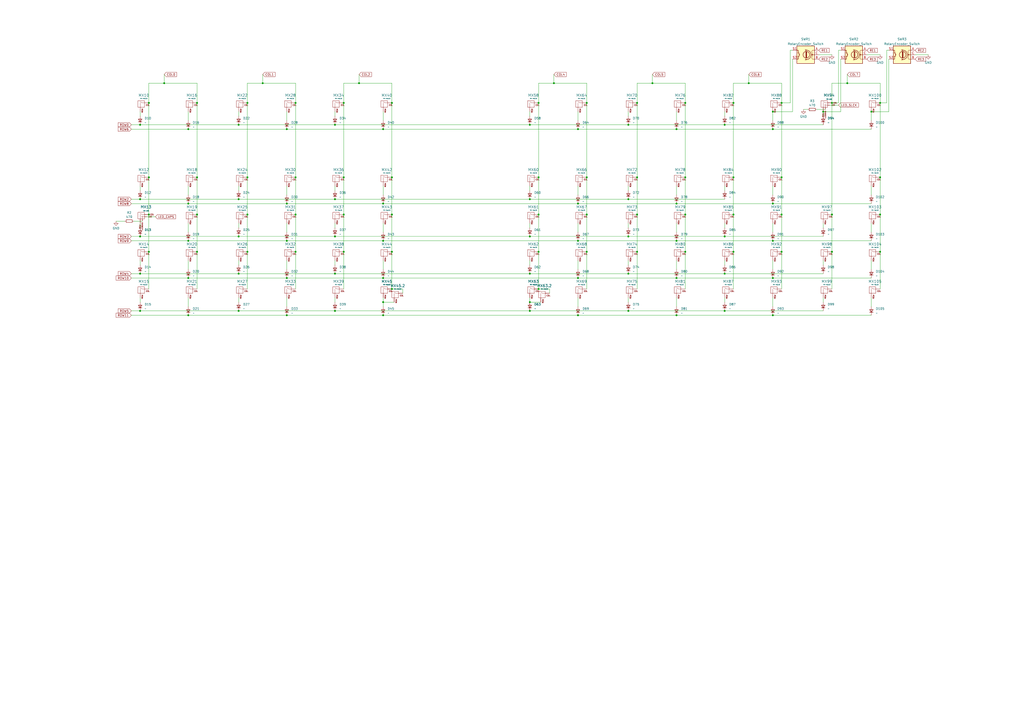
<source format=kicad_sch>
(kicad_sch (version 20231120) (generator "eeschema") (generator_version "8.0")
  (paper "A2")
  (junction (at 378.46 48.26))
  (junction (at 392.43 74.93))
  (junction (at 138.43 72.39))
  (junction (at 505.46 64.77))
  (junction (at 420.37 158.75))
  (junction (at 166.37 161.29))
  (junction (at 335.28 118.11))
  (junction (at 312.42 124.46))
  (junction (at 171.45 146.05))
  (junction (at 477.52 64.77))
  (junction (at 227.33 59.69))
  (junction (at 335.28 139.7))
  (junction (at 114.3 124.46))
  (junction (at 425.45 124.46))
  (junction (at 199.39 102.87))
  (junction (at 448.31 182.88))
  (junction (at 138.43 180.34))
  (junction (at 434.34 48.26))
  (junction (at 109.22 182.88))
  (junction (at 340.36 102.87))
  (junction (at 166.37 74.93))
  (junction (at 166.37 118.11))
  (junction (at 222.25 161.29))
  (junction (at 397.51 124.46))
  (junction (at 369.57 102.87))
  (junction (at 392.43 139.7))
  (junction (at 340.36 146.05))
  (junction (at 307.34 180.34))
  (junction (at 321.31 48.26))
  (junction (at 307.34 137.16))
  (junction (at 143.51 59.69))
  (junction (at 312.42 102.87))
  (junction (at 171.45 59.69))
  (junction (at 392.43 161.29))
  (junction (at 397.51 59.69))
  (junction (at 222.25 74.93))
  (junction (at 114.3 59.69))
  (junction (at 307.34 158.75))
  (junction (at 335.28 74.93))
  (junction (at 208.28 48.26))
  (junction (at 81.28 158.75))
  (junction (at 425.45 102.87))
  (junction (at 312.42 59.69))
  (junction (at 510.54 146.05))
  (junction (at 482.6 59.69))
  (junction (at 194.31 180.34))
  (junction (at 199.39 146.05))
  (junction (at 420.37 180.34))
  (junction (at 482.6 124.46))
  (junction (at 86.36 102.87))
  (junction (at 138.43 137.16))
  (junction (at 392.43 118.11))
  (junction (at 510.54 124.46))
  (junction (at 364.49 158.75))
  (junction (at 81.28 72.39))
  (junction (at 453.39 59.69))
  (junction (at 222.25 175.26))
  (junction (at 397.51 102.87))
  (junction (at 482.6 146.05))
  (junction (at 222.25 139.7))
  (junction (at 425.45 59.69))
  (junction (at 194.31 137.16))
  (junction (at 448.31 74.93))
  (junction (at 335.28 182.88))
  (junction (at 81.28 180.34))
  (junction (at 448.31 161.29))
  (junction (at 364.49 137.16))
  (junction (at 138.43 115.57))
  (junction (at 448.31 139.7))
  (junction (at 227.33 124.46))
  (junction (at 420.37 137.16))
  (junction (at 143.51 124.46))
  (junction (at 138.43 158.75))
  (junction (at 227.33 102.87))
  (junction (at 369.57 59.69))
  (junction (at 171.45 102.87))
  (junction (at 312.42 146.05))
  (junction (at 510.54 59.69))
  (junction (at 114.3 102.87))
  (junction (at 86.36 124.46))
  (junction (at 335.28 161.29))
  (junction (at 109.22 74.93))
  (junction (at 227.33 167.64))
  (junction (at 227.33 146.05))
  (junction (at 453.39 124.46))
  (junction (at 109.22 161.29))
  (junction (at 143.51 102.87))
  (junction (at 364.49 180.34))
  (junction (at 86.36 59.69))
  (junction (at 194.31 115.57))
  (junction (at 364.49 72.39))
  (junction (at 425.45 146.05))
  (junction (at 171.45 124.46))
  (junction (at 86.36 146.05))
  (junction (at 307.34 72.39))
  (junction (at 222.25 182.88))
  (junction (at 109.22 118.11))
  (junction (at 453.39 102.87))
  (junction (at 453.39 146.05))
  (junction (at 81.28 115.57))
  (junction (at 166.37 182.88))
  (junction (at 420.37 72.39))
  (junction (at 222.25 118.11))
  (junction (at 369.57 124.46))
  (junction (at 369.57 146.05))
  (junction (at 194.31 72.39))
  (junction (at 199.39 59.69))
  (junction (at 152.4 48.26))
  (junction (at 81.28 137.16))
  (junction (at 448.31 118.11))
  (junction (at 397.51 146.05))
  (junction (at 312.42 167.64))
  (junction (at 340.36 124.46))
  (junction (at 166.37 139.7))
  (junction (at 307.34 175.26))
  (junction (at 307.34 115.57))
  (junction (at 510.54 102.87))
  (junction (at 95.25 48.26))
  (junction (at 491.49 48.26))
  (junction (at 194.31 158.75))
  (junction (at 448.31 64.77))
  (junction (at 364.49 115.57))
  (junction (at 392.43 182.88))
  (junction (at 143.51 146.05))
  (junction (at 199.39 124.46))
  (junction (at 340.36 59.69))
  (junction (at 114.3 146.05))
  (junction (at 109.22 139.7))
  (wire (pts (xy 77.47 128.27) (xy 82.55 128.27)))
  (wire (pts (xy 138.43 151.13) (xy 138.43 153.67)))
  (wire (pts (xy 76.2 158.75) (xy 81.28 158.75)))
  (wire (pts (xy 222.25 74.93) (xy 335.28 74.93)))
  (wire (pts (xy 318.77 170.18) (xy 318.77 167.64)))
  (wire (pts (xy 335.28 118.11) (xy 392.43 118.11)))
  (wire (pts (xy 369.57 48.26) (xy 369.57 59.69)))
  (wire (pts (xy 109.22 139.7) (xy 166.37 139.7)))
  (wire (pts (xy 321.31 43.18) (xy 321.31 48.26)))
  (wire (pts (xy 477.52 129.54) (xy 477.52 132.08)))
  (wire (pts (xy 138.43 115.57) (xy 194.31 115.57)))
  (wire (pts (xy 81.28 72.39) (xy 138.43 72.39)))
  (wire (pts (xy 448.31 129.54) (xy 448.31 134.62)))
  (wire (pts (xy 166.37 64.77) (xy 166.37 69.85)))
  (wire (pts (xy 307.34 180.34) (xy 364.49 180.34)))
  (wire (pts (xy 487.68 64.77) (xy 477.52 64.77)))
  (wire (pts (xy 171.45 102.87) (xy 171.45 124.46)))
  (wire (pts (xy 81.28 137.16) (xy 138.43 137.16)))
  (wire (pts (xy 109.22 129.54) (xy 109.22 134.62)))
  (wire (pts (xy 487.68 29.21) (xy 486.41 29.21)))
  (wire (pts (xy 76.2 115.57) (xy 81.28 115.57)))
  (wire (pts (xy 434.34 48.26) (xy 425.45 48.26)))
  (wire (pts (xy 453.39 59.69) (xy 453.39 102.87)))
  (wire (pts (xy 364.49 158.75) (xy 420.37 158.75)))
  (wire (pts (xy 420.37 64.77) (xy 420.37 67.31)))
  (wire (pts (xy 364.49 72.39) (xy 420.37 72.39)))
  (wire (pts (xy 482.6 59.69) (xy 482.6 124.46)))
  (wire (pts (xy 392.43 129.54) (xy 392.43 134.62)))
  (wire (pts (xy 482.6 124.46) (xy 482.6 146.05)))
  (wire (pts (xy 392.43 107.95) (xy 392.43 113.03)))
  (wire (pts (xy 109.22 177.8) (xy 109.22 172.72)))
  (wire (pts (xy 166.37 129.54) (xy 166.37 134.62)))
  (wire (pts (xy 307.34 172.72) (xy 307.34 175.26)))
  (wire (pts (xy 510.54 59.69) (xy 514.35 59.69)))
  (wire (pts (xy 307.34 137.16) (xy 364.49 137.16)))
  (wire (pts (xy 81.28 180.34) (xy 138.43 180.34)))
  (wire (pts (xy 152.4 43.18) (xy 152.4 48.26)))
  (wire (pts (xy 474.98 31.75) (xy 482.6 31.75)))
  (wire (pts (xy 138.43 180.34) (xy 194.31 180.34)))
  (wire (pts (xy 321.31 48.26) (xy 340.36 48.26)))
  (wire (pts (xy 491.49 43.18) (xy 491.49 48.26)))
  (wire (pts (xy 425.45 102.87) (xy 425.45 124.46)))
  (wire (pts (xy 152.4 48.26) (xy 143.51 48.26)))
  (wire (pts (xy 378.46 43.18) (xy 378.46 48.26)))
  (wire (pts (xy 448.31 74.93) (xy 505.46 74.93)))
  (wire (pts (xy 138.43 107.95) (xy 138.43 110.49)))
  (wire (pts (xy 312.42 48.26) (xy 312.42 59.69)))
  (wire (pts (xy 171.45 59.69) (xy 171.45 102.87)))
  (wire (pts (xy 481.33 60.96) (xy 486.41 60.96)))
  (wire (pts (xy 397.51 102.87) (xy 397.51 124.46)))
  (wire (pts (xy 81.28 64.77) (xy 81.28 67.31)))
  (wire (pts (xy 364.49 172.72) (xy 364.49 175.26)))
  (wire (pts (xy 458.47 59.69) (xy 453.39 59.69)))
  (wire (pts (xy 222.25 151.13) (xy 222.25 156.21)))
  (wire (pts (xy 453.39 146.05) (xy 453.39 167.64)))
  (wire (pts (xy 86.36 102.87) (xy 86.36 124.46)))
  (wire (pts (xy 364.49 137.16) (xy 420.37 137.16)))
  (wire (pts (xy 114.3 124.46) (xy 114.3 146.05)))
  (wire (pts (xy 392.43 118.11) (xy 448.31 118.11)))
  (wire (pts (xy 307.34 151.13) (xy 307.34 153.67)))
  (wire (pts (xy 340.36 124.46) (xy 340.36 146.05)))
  (wire (pts (xy 364.49 180.34) (xy 420.37 180.34)))
  (wire (pts (xy 171.45 146.05) (xy 171.45 167.64)))
  (wire (pts (xy 166.37 151.13) (xy 166.37 156.21)))
  (wire (pts (xy 448.31 161.29) (xy 505.46 161.29)))
  (wire (pts (xy 76.2 118.11) (xy 109.22 118.11)))
  (wire (pts (xy 477.52 64.77) (xy 477.52 67.31)))
  (wire (pts (xy 227.33 48.26) (xy 227.33 59.69)))
  (wire (pts (xy 364.49 64.77) (xy 364.49 67.31)))
  (wire (pts (xy 420.37 129.54) (xy 420.37 132.08)))
  (wire (pts (xy 222.25 172.72) (xy 222.25 175.26)))
  (wire (pts (xy 199.39 124.46) (xy 199.39 146.05)))
  (wire (pts (xy 425.45 48.26) (xy 425.45 59.69)))
  (wire (pts (xy 227.33 59.69) (xy 227.33 102.87)))
  (wire (pts (xy 453.39 48.26) (xy 453.39 59.69)))
  (wire (pts (xy 307.34 158.75) (xy 364.49 158.75)))
  (wire (pts (xy 515.62 64.77) (xy 505.46 64.77)))
  (wire (pts (xy 486.41 29.21) (xy 486.41 59.69)))
  (wire (pts (xy 459.74 29.21) (xy 458.47 29.21)))
  (wire (pts (xy 143.51 146.05) (xy 143.51 167.64)))
  (wire (pts (xy 194.31 115.57) (xy 307.34 115.57)))
  (wire (pts (xy 166.37 118.11) (xy 222.25 118.11)))
  (wire (pts (xy 109.22 74.93) (xy 166.37 74.93)))
  (wire (pts (xy 510.54 124.46) (xy 510.54 146.05)))
  (wire (pts (xy 364.49 151.13) (xy 364.49 153.67)))
  (wire (pts (xy 420.37 107.95) (xy 420.37 110.49)))
  (wire (pts (xy 86.36 48.26) (xy 86.36 59.69)))
  (wire (pts (xy 420.37 172.72) (xy 420.37 175.26)))
  (wire (pts (xy 477.52 151.13) (xy 477.52 153.67)))
  (wire (pts (xy 307.34 175.26) (xy 313.69 175.26)))
  (wire (pts (xy 222.25 175.26) (xy 222.25 177.8)))
  (wire (pts (xy 364.49 115.57) (xy 420.37 115.57)))
  (wire (pts (xy 76.2 182.88) (xy 109.22 182.88)))
  (wire (pts (xy 138.43 172.72) (xy 138.43 175.26)))
  (wire (pts (xy 482.6 146.05) (xy 482.6 167.64)))
  (wire (pts (xy 227.33 102.87) (xy 227.33 124.46)))
  (wire (pts (xy 194.31 137.16) (xy 307.34 137.16)))
  (wire (pts (xy 166.37 74.93) (xy 222.25 74.93)))
  (wire (pts (xy 67.31 128.27) (xy 72.39 128.27)))
  (wire (pts (xy 312.42 146.05) (xy 312.42 167.64)))
  (wire (pts (xy 335.28 64.77) (xy 335.28 69.85)))
  (wire (pts (xy 208.28 48.26) (xy 227.33 48.26)))
  (wire (pts (xy 502.92 31.75) (xy 510.54 31.75)))
  (wire (pts (xy 81.28 151.13) (xy 81.28 153.67)))
  (wire (pts (xy 514.35 29.21) (xy 514.35 59.69)))
  (wire (pts (xy 530.86 31.75) (xy 538.48 31.75)))
  (wire (pts (xy 307.34 72.39) (xy 364.49 72.39)))
  (wire (pts (xy 222.25 64.77) (xy 222.25 69.85)))
  (wire (pts (xy 369.57 59.69) (xy 369.57 102.87)))
  (wire (pts (xy 109.22 151.13) (xy 109.22 156.21)))
  (wire (pts (xy 76.2 74.93) (xy 109.22 74.93)))
  (wire (pts (xy 459.74 64.77) (xy 448.31 64.77)))
  (wire (pts (xy 473.71 63.5) (xy 478.79 63.5)))
  (wire (pts (xy 420.37 151.13) (xy 420.37 153.67)))
  (wire (pts (xy 138.43 72.39) (xy 194.31 72.39)))
  (wire (pts (xy 194.31 129.54) (xy 194.31 132.08)))
  (wire (pts (xy 76.2 137.16) (xy 81.28 137.16)))
  (wire (pts (xy 453.39 124.46) (xy 453.39 146.05)))
  (wire (pts (xy 138.43 158.75) (xy 194.31 158.75)))
  (wire (pts (xy 487.68 34.29) (xy 487.68 64.77)))
  (wire (pts (xy 81.28 158.75) (xy 138.43 158.75)))
  (wire (pts (xy 335.28 182.88) (xy 392.43 182.88)))
  (wire (pts (xy 335.28 139.7) (xy 392.43 139.7)))
  (wire (pts (xy 448.31 156.21) (xy 448.31 151.13)))
  (wire (pts (xy 222.25 139.7) (xy 335.28 139.7)))
  (wire (pts (xy 86.36 124.46) (xy 86.36 146.05)))
  (wire (pts (xy 491.49 48.26) (xy 482.6 48.26)))
  (wire (pts (xy 199.39 146.05) (xy 199.39 167.64)))
  (wire (pts (xy 448.31 107.95) (xy 448.31 113.03)))
  (wire (pts (xy 448.31 177.8) (xy 448.31 172.72)))
  (wire (pts (xy 109.22 64.77) (xy 109.22 69.85)))
  (wire (pts (xy 458.47 29.21) (xy 458.47 59.69)))
  (wire (pts (xy 85.09 125.73) (xy 90.17 125.73)))
  (wire (pts (xy 312.42 102.87) (xy 312.42 124.46)))
  (wire (pts (xy 397.51 124.46) (xy 397.51 146.05)))
  (wire (pts (xy 222.25 175.26) (xy 228.6 175.26)))
  (wire (pts (xy 335.28 161.29) (xy 392.43 161.29)))
  (wire (pts (xy 369.57 102.87) (xy 369.57 124.46)))
  (wire (pts (xy 138.43 129.54) (xy 138.43 132.08)))
  (wire (pts (xy 227.33 124.46) (xy 227.33 146.05)))
  (wire (pts (xy 369.57 146.05) (xy 369.57 167.64)))
  (wire (pts (xy 482.6 48.26) (xy 482.6 59.69)))
  (wire (pts (xy 208.28 43.18) (xy 208.28 48.26)))
  (wire (pts (xy 477.52 172.72) (xy 477.52 175.26)))
  (wire (pts (xy 143.51 124.46) (xy 143.51 146.05)))
  (wire (pts (xy 510.54 102.87) (xy 510.54 124.46)))
  (wire (pts (xy 114.3 59.69) (xy 114.3 102.87)))
  (wire (pts (xy 76.2 180.34) (xy 81.28 180.34)))
  (wire (pts (xy 114.3 102.87) (xy 114.3 124.46)))
  (wire (pts (xy 81.28 115.57) (xy 138.43 115.57)))
  (wire (pts (xy 425.45 59.69) (xy 425.45 102.87)))
  (wire (pts (xy 420.37 137.16) (xy 477.52 137.16)))
  (wire (pts (xy 392.43 64.77) (xy 392.43 69.85)))
  (wire (pts (xy 194.31 72.39) (xy 307.34 72.39)))
  (wire (pts (xy 233.68 167.64) (xy 227.33 167.64)))
  (wire (pts (xy 95.25 48.26) (xy 86.36 48.26)))
  (wire (pts (xy 392.43 139.7) (xy 448.31 139.7)))
  (wire (pts (xy 194.31 172.72) (xy 194.31 175.26)))
  (wire (pts (xy 194.31 151.13) (xy 194.31 153.67)))
  (wire (pts (xy 486.41 59.69) (xy 482.6 59.69)))
  (wire (pts (xy 397.51 146.05) (xy 397.51 167.64)))
  (wire (pts (xy 143.51 59.69) (xy 143.51 102.87)))
  (wire (pts (xy 166.37 182.88) (xy 222.25 182.88)))
  (wire (pts (xy 76.2 72.39) (xy 81.28 72.39)))
  (wire (pts (xy 505.46 107.95) (xy 505.46 113.03)))
  (wire (pts (xy 208.28 48.26) (xy 199.39 48.26)))
  (wire (pts (xy 307.34 110.49) (xy 307.34 107.95)))
  (wire (pts (xy 222.25 107.95) (xy 222.25 113.03)))
  (wire (pts (xy 340.36 146.05) (xy 340.36 167.64)))
  (wire (pts (xy 448.31 64.77) (xy 448.31 69.85)))
  (wire (pts (xy 505.46 129.54) (xy 505.46 134.62)))
  (wire (pts (xy 194.31 64.77) (xy 194.31 67.31)))
  (wire (pts (xy 307.34 115.57) (xy 364.49 115.57)))
  (wire (pts (xy 392.43 172.72) (xy 392.43 177.8)))
  (wire (pts (xy 392.43 74.93) (xy 448.31 74.93)))
  (wire (pts (xy 448.31 118.11) (xy 505.46 118.11)))
  (wire (pts (xy 434.34 48.26) (xy 453.39 48.26)))
  (wire (pts (xy 95.25 43.18) (xy 95.25 48.26)))
  (wire (pts (xy 194.31 107.95) (xy 194.31 110.49)))
  (wire (pts (xy 491.49 48.26) (xy 510.54 48.26)))
  (wire (pts (xy 515.62 34.29) (xy 515.62 64.77)))
  (wire (pts (xy 222.25 118.11) (xy 335.28 118.11)))
  (wire (pts (xy 420.37 72.39) (xy 477.52 72.39)))
  (wire (pts (xy 340.36 102.87) (xy 340.36 124.46)))
  (wire (pts (xy 227.33 146.05) (xy 227.33 167.64)))
  (wire (pts (xy 453.39 102.87) (xy 453.39 124.46)))
  (wire (pts (xy 434.34 43.18) (xy 434.34 48.26)))
  (wire (pts (xy 340.36 59.69) (xy 340.36 102.87)))
  (wire (pts (xy 321.31 48.26) (xy 312.42 48.26)))
  (wire (pts (xy 335.28 172.72) (xy 335.28 177.8)))
  (wire (pts (xy 397.51 48.26) (xy 397.51 59.69)))
  (wire (pts (xy 335.28 151.13) (xy 335.28 156.21)))
  (wire (pts (xy 194.31 180.34) (xy 307.34 180.34)))
  (wire (pts (xy 143.51 102.87) (xy 143.51 124.46)))
  (wire (pts (xy 378.46 48.26) (xy 397.51 48.26)))
  (wire (pts (xy 194.31 158.75) (xy 307.34 158.75)))
  (wire (pts (xy 369.57 124.46) (xy 369.57 146.05)))
  (wire (pts (xy 109.22 182.88) (xy 166.37 182.88)))
  (wire (pts (xy 515.62 29.21) (xy 514.35 29.21)))
  (wire (pts (xy 199.39 48.26) (xy 199.39 59.69)))
  (wire (pts (xy 171.45 124.46) (xy 171.45 146.05)))
  (wire (pts (xy 76.2 139.7) (xy 109.22 139.7)))
  (wire (pts (xy 81.28 172.72) (xy 81.28 175.26)))
  (wire (pts (xy 425.45 146.05) (xy 425.45 167.64)))
  (wire (pts (xy 448.31 182.88) (xy 505.46 182.88)))
  (wire (pts (xy 459.74 34.29) (xy 459.74 64.77)))
  (wire (pts (xy 222.25 161.29) (xy 335.28 161.29)))
  (wire (pts (xy 392.43 161.29) (xy 448.31 161.29)))
  (wire (pts (xy 171.45 48.26) (xy 171.45 59.69)))
  (wire (pts (xy 335.28 74.93) (xy 392.43 74.93)))
  (wire (pts (xy 109.22 107.95) (xy 109.22 113.03)))
  (wire (pts (xy 86.36 59.69) (xy 86.36 102.87)))
  (wire (pts (xy 166.37 172.72) (xy 166.37 177.8)))
  (wire (pts (xy 307.34 64.77) (xy 307.34 67.31)))
  (wire (pts (xy 364.49 107.95) (xy 364.49 110.49)))
  (wire (pts (xy 109.22 118.11) (xy 166.37 118.11)))
  (wire (pts (xy 318.77 167.64) (xy 312.42 167.64)))
  (wire (pts (xy 364.49 129.54) (xy 364.49 132.08)))
  (wire (pts (xy 199.39 59.69) (xy 199.39 102.87)))
  (wire (pts (xy 114.3 146.05) (xy 114.3 167.64)))
  (wire (pts (xy 448.31 139.7) (xy 505.46 139.7)))
  (wire (pts (xy 505.46 64.77) (xy 505.46 69.85)))
  (wire (pts (xy 166.37 107.95) (xy 166.37 113.03)))
  (wire (pts (xy 76.2 161.29) (xy 109.22 161.29)))
  (wire (pts (xy 420.37 180.34) (xy 477.52 180.34)))
  (wire (pts (xy 152.4 48.26) (xy 171.45 48.26)))
  (wire (pts (xy 392.43 182.88) (xy 448.31 182.88)))
  (wire (pts (xy 222.25 129.54) (xy 222.25 134.62)))
  (wire (pts (xy 425.45 124.46) (xy 425.45 146.05)))
  (wire (pts (xy 114.3 48.26) (xy 114.3 59.69)))
  (wire (pts (xy 510.54 146.05) (xy 510.54 167.64)))
  (wire (pts (xy 81.28 129.54) (xy 81.28 132.08)))
  (wire (pts (xy 510.54 48.26) (xy 510.54 59.69)))
  (wire (pts (xy 312.42 59.69) (xy 312.42 102.87)))
  (wire (pts (xy 81.28 107.95) (xy 81.28 110.49)))
  (wire (pts (xy 420.37 158.75) (xy 477.52 158.75)))
  (wire (pts (xy 378.46 48.26) (xy 369.57 48.26)))
  (wire (pts (xy 397.51 59.69) (xy 397.51 102.87)))
  (wire (pts (xy 222.25 182.88) (xy 335.28 182.88)))
  (wire (pts (xy 312.42 124.46) (xy 312.42 146.05)))
  (wire (pts (xy 466.09 63.5) (xy 468.63 63.5)))
  (wire (pts (xy 109.22 161.29) (xy 166.37 161.29)))
  (wire (pts (xy 138.43 64.77) (xy 138.43 67.31)))
  (wire (pts (xy 86.36 146.05) (xy 86.36 167.64)))
  (wire (pts (xy 307.34 132.08) (xy 307.34 129.54)))
  (wire (pts (xy 199.39 102.87) (xy 199.39 124.46)))
  (wire (pts (xy 505.46 151.13) (xy 505.46 156.21)))
  (wire (pts (xy 335.28 129.54) (xy 335.28 134.62)))
  (wire (pts (xy 233.68 170.18) (xy 233.68 167.64)))
  (wire (pts (xy 166.37 139.7) (xy 222.25 139.7)))
  (wire (pts (xy 510.54 59.69) (xy 510.54 102.87)))
  (wire (pts (xy 166.37 161.29) (xy 222.25 161.29)))
  (wire (pts (xy 392.43 151.13) (xy 392.43 156.21)))
  (wire (pts (xy 335.28 107.95) (xy 335.28 113.03)))
  (wire (pts (xy 340.36 48.26) (xy 340.36 59.69)))
  (wire (pts (xy 138.43 137.16) (xy 194.31 137.16)))
  (wire (pts (xy 143.51 48.26) (xy 143.51 59.69)))
  (wire (pts (xy 505.46 172.72) (xy 505.46 177.8)))
  (wire (pts (xy 95.25 48.26) (xy 114.3 48.26)))
  (global_label "COL4" (shape input) (at 321.31 43.18 0) (property "Intersheetrefs" "${INTERSHEET_REFS}" (effects (hide yes))))
  (global_label "ROW11" (shape input) (at 76.2 182.88 180) (property "Intersheetrefs" "${INTERSHEET_REFS}" (effects (hide yes))))
  (global_label "COL1" (shape input) (at 152.4 43.18 0) (property "Intersheetrefs" "${INTERSHEET_REFS}" (effects (hide yes))))
  (global_label "RE3" (shape input) (at 530.86 34.29 0) (property "Intersheetrefs" "${INTERSHEET_REFS}" (effects (hide yes))))
  (global_label "COL7" (shape input) (at 491.49 43.18 0) (property "Intersheetrefs" "${INTERSHEET_REFS}" (effects (hide yes))))
  (global_label "LED_CAPS" (shape input) (at 90.17 125.73 0) (property "Intersheetrefs" "${INTERSHEET_REFS}" (effects (hide yes))))
  (global_label "ROW10" (shape input) (at 76.2 161.29 180) (property "Intersheetrefs" "${INTERSHEET_REFS}" (effects (hide yes))))
  (global_label "ROW2" (shape input) (at 76.2 115.57 180) (property "Intersheetrefs" "${INTERSHEET_REFS}" (effects (hide yes))))
  (global_label "LED_SLCK" (shape input) (at 486.41 60.96 0) (property "Intersheetrefs" "${INTERSHEET_REFS}" (effects (hide yes))))
  (global_label "ROW0" (shape input) (at 76.2 72.39 180) (property "Intersheetrefs" "${INTERSHEET_REFS}" (effects (hide yes))))
  (global_label "COL2" (shape input) (at 208.28 43.18 0) (property "Intersheetrefs" "${INTERSHEET_REFS}" (effects (hide yes))))
  (global_label "RE2" (shape input) (at 474.98 34.29 0) (property "Intersheetrefs" "${INTERSHEET_REFS}" (effects (hide yes))))
  (global_label "RE3" (shape input) (at 502.92 34.29 0) (property "Intersheetrefs" "${INTERSHEET_REFS}" (effects (hide yes))))
  (global_label "ROW4" (shape input) (at 76.2 158.75 180) (property "Intersheetrefs" "${INTERSHEET_REFS}" (effects (hide yes))))
  (global_label "COL5" (shape input) (at 378.46 43.18 0) (property "Intersheetrefs" "${INTERSHEET_REFS}" (effects (hide yes))))
  (global_label "ROW3" (shape input) (at 76.2 137.16 180) (property "Intersheetrefs" "${INTERSHEET_REFS}" (effects (hide yes))))
  (global_label "ROW9" (shape input) (at 76.2 139.7 180) (property "Intersheetrefs" "${INTERSHEET_REFS}" (effects (hide yes))))
  (global_label "RE1" (shape input) (at 502.92 29.21 0) (property "Intersheetrefs" "${INTERSHEET_REFS}" (effects (hide yes))))
  (global_label "RE2" (shape input) (at 530.86 29.21 0) (property "Intersheetrefs" "${INTERSHEET_REFS}" (effects (hide yes))))
  (global_label "ROW6" (shape input) (at 76.2 74.93 180) (property "Intersheetrefs" "${INTERSHEET_REFS}" (effects (hide yes))))
  (global_label "COL0" (shape input) (at 95.25 43.18 0) (property "Intersheetrefs" "${INTERSHEET_REFS}" (effects (hide yes))))
  (global_label "COL6" (shape input) (at 434.34 43.18 0) (property "Intersheetrefs" "${INTERSHEET_REFS}" (effects (hide yes))))
  (global_label "RE1" (shape input) (at 474.98 29.21 0) (property "Intersheetrefs" "${INTERSHEET_REFS}" (effects (hide yes))))
  (global_label "ROW5" (shape input) (at 76.2 180.34 180) (property "Intersheetrefs" "${INTERSHEET_REFS}" (effects (hide yes))))
  (global_label "ROW8" (shape input) (at 76.2 118.11 180) (property "Intersheetrefs" "${INTERSHEET_REFS}" (effects (hide yes))))
  (symbol (lib_id "Device:D_Small") (at 81.28 156.21 90) (unit 1)
    (property "Reference" "D14" (at 83.82 154.9399 90) (effects (justify right)))
    (property "Value" "~" (at 83.82 157.4799 90) (effects (justify right)))
    (property "LCSC" "C81598" (effects (hide yes)))
  )
  (symbol (lib_id "MX_Alps_Hybrid:MX-NoLED") (at 229.87 171.45 0) (unit 1)
    (property "Reference" "MX45.2" (at 230.7082 165.7858 0) (effects (font (size 1.524 1.524))))
    (property "Value" "MX-NoLED" (at 230.7082 167.6654 0) (effects (font (size 0.508 0.508))))
    (property "Footprint" "MX_Only:MXOnly-1U-NoLED" (effects (hide yes)))
  )
  (symbol (lib_id "MX_Alps_Hybrid:MX-NoLED") (at 167.64 125.73 0) (unit 1)
    (property "Reference" "MX31" (at 168.4782 120.0658 0) (effects (font (size 1.524 1.524))))
    (property "Value" "MX-NoLED" (at 168.4782 121.9454 0) (effects (font (size 0.508 0.508))))
    (property "Footprint" "MX_Only:MXOnly-1U-NoLED" (effects (hide yes)))
  )
  (symbol (lib_id "MX_Alps_Hybrid:MX-NoLED") (at 167.64 168.91 0) (unit 1)
    (property "Reference" "MX33" (at 168.4782 163.2458 0) (effects (font (size 1.524 1.524))))
    (property "Value" "MX-NoLED" (at 168.4782 165.1254 0) (effects (font (size 0.508 0.508))))
    (property "Footprint" "MX_Only:MXOnly-1U-NoLED" (effects (hide yes)))
  )
  (symbol (lib_id "Device:D_Small") (at 335.28 180.34 90) (unit 1)
    (property "Reference" "D69" (at 337.82 179.0699 90) (effects (justify right)))
    (property "Value" "~" (at 337.82 181.6099 90) (effects (justify right)))
    (property "LCSC" "C81598" (effects (hide yes)))
  )
  (symbol (lib_id "MX_Alps_Hybrid:MX-NoLED") (at 393.7 60.96 0) (unit 1)
    (property "Reference" "MX76" (at 394.5382 55.2958 0) (effects (font (size 1.524 1.524))))
    (property "Value" "MX-NoLED" (at 394.5382 57.1754 0) (effects (font (size 0.508 0.508))))
    (property "Footprint" "MX_Only:MXOnly-1U-NoLED" (effects (hide yes)))
  )
  (symbol (lib_id "MX_Alps_Hybrid:MX-NoLED") (at 365.76 60.96 0) (unit 1)
    (property "Reference" "MX70" (at 366.5982 55.2958 0) (effects (font (size 1.524 1.524))))
    (property "Value" "MX-NoLED" (at 366.5982 57.1754 0) (effects (font (size 0.508 0.508))))
    (property "Footprint" "MX_Only:MXOnly-1U-NoLED" (effects (hide yes)))
  )
  (symbol (lib_id "Device:D_Small") (at 109.22 158.75 90) (unit 1)
    (property "Reference" "D20" (at 111.76 157.4799 90) (effects (justify right)))
    (property "Value" "~" (at 111.76 160.0199 90) (effects (justify right)))
    (property "LCSC" "C81598" (effects (hide yes)))
  )
  (symbol (lib_id "MX_Alps_Hybrid:MX-NoLED") (at 223.52 168.91 0) (unit 1)
    (property "Reference" "MX45" (at 224.3582 163.2458 0) (effects (font (size 1.524 1.524))))
    (property "Value" "MX-NoLED" (at 224.3582 165.1254 0) (effects (font (size 0.508 0.508))))
    (property "Footprint" "MX_Only:MXOnly-1U-NoLED" (effects (hide yes)))
  )
  (symbol (lib_id "Device:D_Small") (at 194.31 156.21 90) (unit 1)
    (property "Reference" "D38" (at 196.85 154.9399 90) (effects (justify right)))
    (property "Value" "~" (at 196.85 157.4799 90) (effects (justify right)))
    (property "LCSC" "C81598" (effects (hide yes)))
  )
  (symbol (lib_id "Device:D_Small") (at 307.34 113.03 90) (unit 1)
    (property "Reference" "D60" (at 309.88 111.7599 90) (effects (justify right)))
    (property "Value" "~" (at 309.88 114.2999 90) (effects (justify right)))
    (property "LCSC" "C81598" (effects (hide yes)))
  )
  (symbol (lib_id "Device:D_Small") (at 505.46 180.34 90) (unit 1)
    (property "Reference" "D105" (at 508 179.0699 90) (effects (justify right)))
    (property "Value" "~" (at 508 181.6099 90) (effects (justify right)))
    (property "LCSC" "C81598" (effects (hide yes)))
  )
  (symbol (lib_id "Device:D_Small") (at 335.28 137.16 90) (unit 1)
    (property "Reference" "D67" (at 337.82 135.8899 90) (effects (justify right)))
    (property "Value" "~" (at 337.82 138.4299 90) (effects (justify right)))
    (property "LCSC" "C81598" (effects (hide yes)))
  )
  (symbol (lib_id "MX_Alps_Hybrid:MX-NoLED") (at 139.7 147.32 0) (unit 1)
    (property "Reference" "MX26" (at 140.5382 141.6558 0) (effects (font (size 1.524 1.524))))
    (property "Value" "MX-NoLED" (at 140.5382 143.5354 0) (effects (font (size 0.508 0.508))))
    (property "Footprint" "MX_Only:MXOnly-1U-NoLED" (effects (hide yes)))
  )
  (symbol (lib_id "MX_Alps_Hybrid:MX-NoLED") (at 139.7 125.73 0) (unit 1)
    (property "Reference" "MX25" (at 140.5382 120.0658 0) (effects (font (size 1.524 1.524))))
    (property "Value" "MX-NoLED" (at 140.5382 121.9454 0) (effects (font (size 0.508 0.508))))
    (property "Footprint" "MX_Only:MXOnly-1U-NoLED" (effects (hide yes)))
  )
  (symbol (lib_id "MX_Alps_Hybrid:MX-NoLED") (at 421.64 125.73 0) (unit 1)
    (property "Reference" "MX85" (at 422.4782 120.0658 0) (effects (font (size 1.524 1.524))))
    (property "Value" "MX-NoLED" (at 422.4782 121.9454 0) (effects (font (size 0.508 0.508))))
    (property "Footprint" "MX_Only:MXOnly-1U-NoLED" (effects (hide yes)))
  )
  (symbol (lib_id "MX_Alps_Hybrid:MX-NoLED") (at 82.55 104.14 0) (unit 1)
    (property "Reference" "MX12" (at 83.3882 98.4758 0) (effects (font (size 1.524 1.524))))
    (property "Value" "MX-NoLED" (at 83.3882 100.3554 0) (effects (font (size 0.508 0.508))))
    (property "Footprint" "MX_Only:MXOnly-1U-NoLED" (effects (hide yes)))
  )
  (symbol (lib_id "Device:D_Small") (at 420.37 69.85 90) (unit 1)
    (property "Reference" "D82" (at 422.91 68.5799 90) (effects (justify right)))
    (property "Value" "~" (at 422.91 71.1199 90) (effects (justify right)))
    (property "LCSC" "C81598" (effects (hide yes)))
  )
  (symbol (lib_id "MX_Alps_Hybrid:MX-NoLED") (at 223.52 125.73 0) (unit 1)
    (property "Reference" "MX43" (at 224.3582 120.0658 0) (effects (font (size 1.524 1.524))))
    (property "Value" "MX-NoLED" (at 224.3582 121.9454 0) (effects (font (size 0.508 0.508))))
    (property "Footprint" "MX_Only:MXOnly-1U-NoLED" (effects (hide yes)))
  )
  (symbol (lib_id "MX_Alps_Hybrid:MX-NoLED") (at 308.61 104.14 0) (unit 1)
    (property "Reference" "MX60" (at 309.4482 98.4758 0) (effects (font (size 1.524 1.524))))
    (property "Value" "MX-NoLED" (at 309.4482 100.3554 0) (effects (font (size 0.508 0.508))))
    (property "Footprint" "MX_Only:MXOnly-1U-NoLED" (effects (hide yes)))
  )
  (symbol (lib_id "Device:D_Small") (at 166.37 72.39 90) (unit 1)
    (property "Reference" "D28" (at 168.91 71.1199 90) (effects (justify right)))
    (property "Value" "~" (at 168.91 73.6599 90) (effects (justify right)))
    (property "LCSC" "C81598" (effects (hide yes)))
  )
  (symbol (lib_id "MX_Alps_Hybrid:MX-LED") (at 478.79 60.96 0) (unit 1)
    (property "Reference" "MX94" (at 480.9456 55.2664 0) (effects (font (size 1.524 1.524))))
    (property "Value" "MX-LED" (at 480.9456 57.537 0) (effects (font (size 0.508 0.508))))
  )
  (symbol (lib_id "Device:D_Small") (at 109.22 137.16 90) (unit 1)
    (property "Reference" "D19" (at 111.76 135.8899 90) (effects (justify right)))
    (property "Value" "~" (at 111.76 138.4299 90) (effects (justify right)))
    (property "LCSC" "C81598" (effects (hide yes)))
  )
  (symbol (lib_id "Device:D_Small") (at 109.22 115.57 90) (unit 1)
    (property "Reference" "D18" (at 111.76 114.2999 90) (effects (justify right)))
    (property "Value" "~" (at 111.76 116.8399 90) (effects (justify right)))
    (property "LCSC" "C81598" (effects (hide yes)))
  )
  (symbol (lib_id "MX_Alps_Hybrid:MX-NoLED") (at 506.73 147.32 0) (unit 1)
    (property "Reference" "MX104" (at 507.5682 141.6558 0) (effects (font (size 1.524 1.524))))
    (property "Value" "MX-NoLED" (at 507.5682 143.5354 0) (effects (font (size 0.508 0.508))))
    (property "Footprint" "MX_Only:MXOnly-1U-NoLED" (effects (hide yes)))
  )
  (symbol (lib_id "MX_Alps_Hybrid:MX-NoLED") (at 365.76 147.32 0) (unit 1)
    (property "Reference" "MX74" (at 366.5982 141.6558 0) (effects (font (size 1.524 1.524))))
    (property "Value" "MX-NoLED" (at 366.5982 143.5354 0) (effects (font (size 0.508 0.508))))
    (property "Footprint" "MX_Only:MXOnly-1U-NoLED" (effects (hide yes)))
  )
  (symbol (lib_id "Device:D_Small") (at 448.31 137.16 90) (unit 1)
    (property "Reference" "D91" (at 450.85 135.8899 90) (effects (justify right)))
    (property "Value" "~" (at 450.85 138.4299 90) (effects (justify right)))
    (property "LCSC" "C81598" (effects (hide yes)))
  )
  (symbol (lib_id "Device:D_Small") (at 477.52 134.62 90) (unit 1)
    (property "Reference" "D97" (at 480.06 133.3499 90) (effects (justify right)))
    (property "Value" "~" (at 480.06 135.8899 90) (effects (justify right)))
    (property "LCSC" "C81598" (effects (hide yes)))
  )
  (symbol (lib_id "power:GND") (at 482.6 31.75 0) (mirror y) (unit 1)
    (property "Reference" "#PWR018" (effects (hide yes)))
    (property "Value" "GND" (at 482.6 36.3125 0))
  )
  (symbol (lib_id "Device:D_Small") (at 307.34 69.85 90) (unit 1)
    (property "Reference" "D58" (at 309.88 68.5799 90) (effects (justify right)))
    (property "Value" "~" (at 309.88 71.1199 90) (effects (justify right)))
    (property "LCSC" "C81598" (effects (hide yes)))
  )
  (symbol (lib_id "MX_Alps_Hybrid:MX-NoLED") (at 506.73 168.91 0) (unit 1)
    (property "Reference" "MX105" (at 507.5682 163.2458 0) (effects (font (size 1.524 1.524))))
    (property "Value" "MX-NoLED" (at 507.5682 165.1254 0) (effects (font (size 0.508 0.508))))
    (property "Footprint" "MX_Only:MXOnly-1U-NoLED" (effects (hide yes)))
  )
  (symbol (lib_id "Device:D_Small") (at 222.25 158.75 90) (unit 1)
    (property "Reference" "D44" (at 224.79 157.4799 90) (effects (justify right)))
    (property "Value" "~" (at 224.79 160.0199 90) (effects (justify right)))
    (property "LCSC" "C81598" (effects (hide yes)))
  )
  (symbol (lib_id "Device:D_Small") (at 194.31 134.62 90) (unit 1)
    (property "Reference" "D37" (at 196.85 133.3499 90) (effects (justify right)))
    (property "Value" "~" (at 196.85 135.8899 90) (effects (justify right)))
    (property "LCSC" "C81598" (effects (hide yes)))
  )
  (symbol (lib_id "MX_Alps_Hybrid:MX-NoLED") (at 308.61 168.91 0) (unit 1)
    (property "Reference" "MX63" (at 309.4482 163.2458 0) (effects (font (size 1.524 1.524))))
    (property "Value" "MX-NoLED" (at 309.4482 165.1254 0) (effects (font (size 0.508 0.508))))
    (property "Footprint" "MX_Only:MXOnly-1U-NoLED" (effects (hide yes)))
  )
  (symbol (lib_id "Device:D_Small") (at 477.52 177.8 90) (unit 1)
    (property "Reference" "D99" (at 480.06 176.5299 90) (effects (justify right)))
    (property "Value" "~" (at 480.06 179.0699 90) (effects (justify right)))
    (property "LCSC" "C81598" (effects (hide yes)))
  )
  (symbol (lib_id "Device:D_Small") (at 222.25 72.39 90) (unit 1)
    (property "Reference" "D40" (at 224.79 71.1199 90) (effects (justify right)))
    (property "Value" "~" (at 224.79 73.6599 90) (effects (justify right)))
    (property "LCSC" "C81598" (effects (hide yes)))
  )
  (symbol (lib_id "Device:D_Small") (at 448.31 158.75 90) (unit 1)
    (property "Reference" "D92" (at 450.85 157.4799 90) (effects (justify right)))
    (property "Value" "~" (at 450.85 160.0199 90) (effects (justify right)))
    (property "LCSC" "C81598" (effects (hide yes)))
  )
  (symbol (lib_id "MX_Alps_Hybrid:MX-NoLED") (at 449.58 104.14 0) (unit 1)
    (property "Reference" "MX90" (at 450.4182 98.4758 0) (effects (font (size 1.524 1.524))))
    (property "Value" "MX-NoLED" (at 450.4182 100.3554 0) (effects (font (size 0.508 0.508))))
    (property "Footprint" "MX_Only:MXOnly-1U-NoLED" (effects (hide yes)))
  )
  (symbol (lib_id "MX_Alps_Hybrid:MX-NoLED") (at 449.58 125.73 0) (unit 1)
    (property "Reference" "MX91" (at 450.4182 120.0658 0) (effects (font (size 1.524 1.524))))
    (property "Value" "MX-NoLED" (at 450.4182 121.9454 0) (effects (font (size 0.508 0.508))))
    (property "Footprint" "MX_Only:MXOnly-1U-NoLED" (effects (hide yes)))
  )
  (symbol (lib_id "Device:D_Small") (at 335.28 115.57 90) (unit 1)
    (property "Reference" "D66" (at 337.82 114.2999 90) (effects (justify right)))
    (property "Value" "~" (at 337.82 116.8399 90) (effects (justify right)))
    (property "LCSC" "C81598" (effects (hide yes)))
  )
  (symbol (lib_id "MX_Alps_Hybrid:MX-NoLED") (at 308.61 147.32 0) (unit 1)
    (property "Reference" "MX62" (at 309.4482 141.6558 0) (effects (font (size 1.524 1.524))))
    (property "Value" "MX-NoLED" (at 309.4482 143.5354 0) (effects (font (size 0.508 0.508))))
    (property "Footprint" "MX_Only:MXOnly-1U-NoLED" (effects (hide yes)))
  )
  (symbol (lib_id "MX_Alps_Hybrid:MX-NoLED") (at 139.7 60.96 0) (unit 1)
    (property "Reference" "MX22" (at 140.5382 55.2958 0) (effects (font (size 1.524 1.524))))
    (property "Value" "MX-NoLED" (at 140.5382 57.1754 0) (effects (font (size 0.508 0.508))))
    (property "Footprint" "MX_Only:MXOnly-1U-NoLED" (effects (hide yes)))
  )
  (symbol (lib_id "Device:D_Small") (at 420.37 113.03 90) (unit 1)
    (property "Reference" "D84" (at 422.91 111.7599 90) (effects (justify right)))
    (property "Value" "~" (at 422.91 114.2999 90) (effects (justify right)))
    (property "LCSC" "C81598" (effects (hide yes)))
  )
  (symbol (lib_id "Device:R_Small") (at 471.17 63.5 270) (unit 1)
    (property "Reference" "R3" (at 471.17 58.6189 90))
    (property "Value" "470" (at 471.17 61.0432 90))
  )
  (symbol (lib_id "Device:D_Small") (at 138.43 156.21 90) (unit 1)
    (property "Reference" "D26" (at 140.97 154.9399 90) (effects (justify right)))
    (property "Value" "~" (at 140.97 157.4799 90) (effects (justify right)))
    (property "LCSC" "C81598" (effects (hide yes)))
  )
  (symbol (lib_id "MX_Alps_Hybrid:MX-NoLED") (at 449.58 60.96 0) (unit 1)
    (property "Reference" "MX88" (at 450.4182 55.2958 0) (effects (font (size 1.524 1.524))))
    (property "Value" "MX-NoLED" (at 450.4182 57.1754 0) (effects (font (size 0.508 0.508))))
    (property "Footprint" "MX_Only:MXOnly-1U-NoLED" (effects (hide yes)))
  )
  (symbol (lib_id "Device:D_Small") (at 307.34 134.62 90) (unit 1)
    (property "Reference" "D61" (at 309.88 133.3499 90) (effects (justify right)))
    (property "Value" "~" (at 309.88 135.8899 90) (effects (justify right)))
    (property "LCSC" "C81598" (effects (hide yes)))
  )
  (symbol (lib_id "Device:D_Small") (at 505.46 137.16 90) (unit 1)
    (property "Reference" "D103" (at 508 135.8899 90) (effects (justify right)))
    (property "Value" "~" (at 508 138.4299 90) (effects (justify right)))
    (property "LCSC" "C81598" (effects (hide yes)))
  )
  (symbol (lib_id "Device:D_Small") (at 166.37 180.34 90) (unit 1)
    (property "Reference" "D33" (at 168.91 179.0699 90) (effects (justify right)))
    (property "Value" "~" (at 168.91 181.6099 90) (effects (justify right)))
    (property "LCSC" "C81598" (effects (hide yes)))
  )
  (symbol (lib_id "Device:D_Small") (at 420.37 177.8 90) (unit 1)
    (property "Reference" "D87" (at 422.91 176.5299 90) (effects (justify right)))
    (property "Value" "~" (at 422.91 179.0699 90) (effects (justify right)))
    (property "LCSC" "C81598" (effects (hide yes)))
  )
  (symbol (lib_id "MX_Alps_Hybrid:MX-NoLED") (at 393.7 168.91 0) (unit 1)
    (property "Reference" "MX81" (at 394.5382 163.2458 0) (effects (font (size 1.524 1.524))))
    (property "Value" "MX-NoLED" (at 394.5382 165.1254 0) (effects (font (size 0.508 0.508))))
    (property "Footprint" "MX_Only:MXOnly-1U-NoLED" (effects (hide yes)))
  )
  (symbol (lib_id "Device:D_Small") (at 392.43 158.75 90) (unit 1)
    (property "Reference" "D80" (at 394.97 157.4799 90) (effects (justify right)))
    (property "Value" "~" (at 394.97 160.0199 90) (effects (justify right)))
    (property "LCSC" "C81598" (effects (hide yes)))
  )
  (symbol (lib_id "MX_Alps_Hybrid:MX-NoLED") (at 336.55 60.96 0) (unit 1)
    (property "Reference" "MX64" (at 337.3882 55.2958 0) (effects (font (size 1.524 1.524))))
    (property "Value" "MX-NoLED" (at 337.3882 57.1754 0) (effects (font (size 0.508 0.508))))
    (property "Footprint" "MX_Only:MXOnly-1U-NoLED" (effects (hide yes)))
  )
  (symbol (lib_id "Device:RotaryEncoder_Switch") (at 467.36 31.75 0) (mirror y) (unit 1)
    (property "Reference" "SWR1" (at 467.36 22.7035 0))
    (property "Value" "RotaryEncoder_Switch" (at 467.36 25.4786 0))
  )
  (symbol (lib_id "MX_Alps_Hybrid:MX-NoLED") (at 167.64 60.96 0) (unit 1)
    (property "Reference" "MX28" (at 168.4782 55.2958 0) (effects (font (size 1.524 1.524))))
    (property "Value" "MX-NoLED" (at 168.4782 57.1754 0) (effects (font (size 0.508 0.508))))
    (property "Footprint" "MX_Only:MXOnly-1U-NoLED" (effects (hide yes)))
  )
  (symbol (lib_id "MX_Alps_Hybrid:MX-NoLED") (at 421.64 104.14 0) (unit 1)
    (property "Reference" "MX84" (at 422.4782 98.4758 0) (effects (font (size 1.524 1.524))))
    (property "Value" "MX-NoLED" (at 422.4782 100.3554 0) (effects (font (size 0.508 0.508))))
    (property "Footprint" "MX_Only:MXOnly-1U-NoLED" (effects (hide yes)))
  )
  (symbol (lib_id "Device:D_Small") (at 364.49 69.85 90) (unit 1)
    (property "Reference" "D70" (at 367.03 68.5799 90) (effects (justify right)))
    (property "Value" "~" (at 367.03 71.1199 90) (effects (justify right)))
    (property "LCSC" "C81598" (effects (hide yes)))
  )
  (symbol (lib_id "MX_Alps_Hybrid:MX-NoLED") (at 110.49 125.73 0) (unit 1)
    (property "Reference" "MX19" (at 111.3282 120.0658 0) (effects (font (size 1.524 1.524))))
    (property "Value" "MX-NoLED" (at 111.3282 121.9454 0) (effects (font (size 0.508 0.508))))
    (property "Footprint" "MX_Only:MXOnly-1U-NoLED" (effects (hide yes)))
  )
  (symbol (lib_id "Device:D_Small") (at 448.31 180.34 90) (unit 1)
    (property "Reference" "D93" (at 450.85 179.0699 90) (effects (justify right)))
    (property "Value" "~" (at 450.85 181.6099 90) (effects (justify right)))
    (property "LCSC" "C81598" (effects (hide yes)))
  )
  (symbol (lib_id "MX_Alps_Hybrid:MX-NoLED") (at 336.55 168.91 0) (unit 1)
    (property "Reference" "MX69" (at 337.3882 163.2458 0) (effects (font (size 1.524 1.524))))
    (property "Value" "MX-NoLED" (at 337.3882 165.1254 0) (effects (font (size 0.508 0.508))))
    (property "Footprint" "MX_Only:MXOnly-1U-NoLED" (effects (hide yes)))
  )
  (symbol (lib_id "Device:RotaryEncoder_Switch") (at 495.3 31.75 0) (mirror y) (unit 1)
    (property "Reference" "SWR2" (at 495.3 22.7035 0))
    (property "Value" "RotaryEncoder_Switch" (at 495.3 25.4786 0))
  )
  (symbol (lib_id "MX_Alps_Hybrid:MX-LED") (at 82.55 125.73 0) (unit 1)
    (property "Reference" "MX13" (at 84.7056 120.0364 0) (effects (font (size 1.524 1.524))))
    (property "Value" "MX-LED" (at 84.7056 122.307 0) (effects (font (size 0.508 0.508))))
  )
  (symbol (lib_id "Device:D_Small") (at 222.25 180.34 90) (unit 1)
    (property "Reference" "D45" (at 224.79 179.0699 90) (effects (justify right)))
    (property "Value" "~" (at 224.79 181.6099 90) (effects (justify right)))
    (property "LCSC" "C81598" (effects (hide yes)))
  )
  (symbol (lib_id "MX_Alps_Hybrid:MX-NoLED") (at 365.76 104.14 0) (unit 1)
    (property "Reference" "MX72" (at 366.5982 98.4758 0) (effects (font (size 1.524 1.524))))
    (property "Value" "MX-NoLED" (at 366.5982 100.3554 0) (effects (font (size 0.508 0.508))))
    (property "Footprint" "MX_Only:MXOnly-1U-NoLED" (effects (hide yes)))
  )
  (symbol (lib_id "MX_Alps_Hybrid:MX-NoLED") (at 478.79 125.73 0) (unit 1)
    (property "Reference" "MX97" (at 479.6282 120.0658 0) (effects (font (size 1.524 1.524))))
    (property "Value" "MX-NoLED" (at 479.6282 121.9454 0) (effects (font (size 0.508 0.508))))
    (property "Footprint" "MX_Only:MXOnly-1U-NoLED" (effects (hide yes)))
  )
  (symbol (lib_id "MX_Alps_Hybrid:MX-NoLED") (at 82.55 60.96 0) (unit 1)
    (property "Reference" "MX10" (at 83.3882 55.2958 0) (effects (font (size 1.524 1.524))))
    (property "Value" "MX-NoLED" (at 83.3882 57.1754 0) (effects (font (size 0.508 0.508))))
    (property "Footprint" "MX_Only:MXOnly-1U-NoLED" (effects (hide yes)))
  )
  (symbol (lib_id "Device:D_Small") (at 392.43 180.34 90) (unit 1)
    (property "Reference" "D81" (at 394.97 179.0699 90) (effects (justify right)))
    (property "Value" "~" (at 394.97 181.6099 90) (effects (justify right)))
    (property "LCSC" "C81598" (effects (hide yes)))
  )
  (symbol (lib_id "MX_Alps_Hybrid:MX-NoLED") (at 195.58 147.32 0) (unit 1)
    (property "Reference" "MX38" (at 196.4182 141.6558 0) (effects (font (size 1.524 1.524))))
    (property "Value" "MX-NoLED" (at 196.4182 143.5354 0) (effects (font (size 0.508 0.508))))
    (property "Footprint" "MX_Only:MXOnly-1U-NoLED" (effects (hide yes)))
  )
  (symbol (lib_id "MX_Alps_Hybrid:MX-NoLED") (at 82.55 147.32 0) (unit 1)
    (property "Reference" "MX14" (at 83.3882 141.6558 0) (effects (font (size 1.524 1.524))))
    (property "Value" "MX-NoLED" (at 83.3882 143.5354 0) (effects (font (size 0.508 0.508))))
    (property "Footprint" "MX_Only:MXOnly-1U-NoLED" (effects (hide yes)))
  )
  (symbol (lib_id "MX_Alps_Hybrid:MX-NoLED") (at 195.58 104.14 0) (unit 1)
    (property "Reference" "MX36" (at 196.4182 98.4758 0) (effects (font (size 1.524 1.524))))
    (property "Value" "MX-NoLED" (at 196.4182 100.3554 0) (effects (font (size 0.508 0.508))))
    (property "Footprint" "MX_Only:MXOnly-1U-NoLED" (effects (hide yes)))
  )
  (symbol (lib_id "MX_Alps_Hybrid:MX-NoLED") (at 314.96 171.45 0) (unit 1)
    (property "Reference" "MX63.2" (at 315.7982 165.7858 0) (effects (font (size 1.524 1.524))))
    (property "Value" "MX-NoLED" (at 315.7982 167.6654 0) (effects (font (size 0.508 0.508))))
    (property "Footprint" "MX_Only:MXOnly-1U-NoLED" (effects (hide yes)))
  )
  (symbol (lib_id "Device:D_Small") (at 81.28 177.8 90) (unit 1)
    (property "Reference" "D15" (at 83.82 176.5299 90) (effects (justify right)))
    (property "Value" "~" (at 83.82 179.0699 90) (effects (justify right)))
    (property "LCSC" "C81598" (effects (hide yes)))
  )
  (symbol (lib_id "Device:D_Small") (at 138.43 134.62 90) (unit 1)
    (property "Reference" "D25" (at 140.97 133.3499 90) (effects (justify right)))
    (property "Value" "~" (at 140.97 135.8899 90) (effects (justify right)))
    (property "LCSC" "C81598" (effects (hide yes)))
  )
  (symbol (lib_id "MX_Alps_Hybrid:MX-NoLED") (at 506.73 125.73 0) (unit 1)
    (property "Reference" "MX103" (at 507.5682 120.0658 0) (effects (font (size 1.524 1.524))))
    (property "Value" "MX-NoLED" (at 507.5682 121.9454 0) (effects (font (size 0.508 0.508))))
    (property "Footprint" "MX_Only:MXOnly-1U-NoLED" (effects (hide yes)))
  )
  (symbol (lib_id "MX_Alps_Hybrid:MX-NoLED") (at 110.49 104.14 0) (unit 1)
    (property "Reference" "MX18" (at 111.3282 98.4758 0) (effects (font (size 1.524 1.524))))
    (property "Value" "MX-NoLED" (at 111.3282 100.3554 0) (effects (font (size 0.508 0.508))))
    (property "Footprint" "MX_Only:MXOnly-1U-NoLED" (effects (hide yes)))
  )
  (symbol (lib_id "MX_Alps_Hybrid:MX-NoLED") (at 223.52 147.32 0) (unit 1)
    (property "Reference" "MX44" (at 224.3582 141.6558 0) (effects (font (size 1.524 1.524))))
    (property "Value" "MX-NoLED" (at 224.3582 143.5354 0) (effects (font (size 0.508 0.508))))
    (property "Footprint" "MX_Only:MXOnly-1U-NoLED" (effects (hide yes)))
  )
  (symbol (lib_id "MX_Alps_Hybrid:MX-NoLED") (at 195.58 168.91 0) (unit 1)
    (property "Reference" "MX39" (at 196.4182 163.2458 0) (effects (font (size 1.524 1.524))))
    (property "Value" "MX-NoLED" (at 196.4182 165.1254 0) (effects (font (size 0.508 0.508))))
    (property "Footprint" "MX_Only:MXOnly-1U-NoLED" (effects (hide yes)))
  )
  (symbol (lib_id "power:GND") (at 466.09 63.5 0) (unit 1)
    (property "Reference" "#PWR017" (effects (hide yes)))
    (property "Value" "GND" (at 466.09 67.6331 0))
  )
  (symbol (lib_id "Device:D_Small") (at 81.28 69.85 90) (unit 1)
    (property "Reference" "D10" (at 83.82 68.5799 90) (effects (justify right)))
    (property "Value" "~" (at 83.82 71.1199 90) (effects (justify right)))
    (property "LCSC" "C81598" (effects (hide yes)))
  )
  (symbol (lib_id "Device:D_Small") (at 364.49 156.21 90) (unit 1)
    (property "Reference" "D74" (at 367.03 154.9399 90) (effects (justify right)))
    (property "Value" "~" (at 367.03 157.4799 90) (effects (justify right)))
    (property "LCSC" "C81598" (effects (hide yes)))
  )
  (symbol (lib_id "MX_Alps_Hybrid:MX-NoLED") (at 449.58 147.32 0) (unit 1)
    (property "Reference" "MX92" (at 450.4182 141.6558 0) (effects (font (size 1.524 1.524))))
    (property "Value" "MX-NoLED" (at 450.4182 143.5354 0) (effects (font (size 0.508 0.508))))
    (property "Footprint" "MX_Only:MXOnly-1U-NoLED" (effects (hide yes)))
  )
  (symbol (lib_id "MX_Alps_Hybrid:MX-NoLED") (at 336.55 147.32 0) (unit 1)
    (property "Reference" "MX68" (at 337.3882 141.6558 0) (effects (font (size 1.524 1.524))))
    (property "Value" "MX-NoLED" (at 337.3882 143.5354 0) (effects (font (size 0.508 0.508))))
    (property "Footprint" "MX_Only:MXOnly-1U-NoLED" (effects (hide yes)))
  )
  (symbol (lib_id "MX_Alps_Hybrid:MX-NoLED") (at 421.64 168.91 0) (unit 1)
    (property "Reference" "MX87" (at 422.4782 163.2458 0) (effects (font (size 1.524 1.524))))
    (property "Value" "MX-NoLED" (at 422.4782 165.1254 0) (effects (font (size 0.508 0.508))))
    (property "Footprint" "MX_Only:MXOnly-1U-NoLED" (effects (hide yes)))
  )
  (symbol (lib_id "MX_Alps_Hybrid:MX-NoLED") (at 393.7 104.14 0) (unit 1)
    (property "Reference" "MX78" (at 394.5382 98.4758 0) (effects (font (size 1.524 1.524))))
    (property "Value" "MX-NoLED" (at 394.5382 100.3554 0) (effects (font (size 0.508 0.508))))
    (property "Footprint" "MX_Only:MXOnly-1U-NoLED" (effects (hide yes)))
  )
  (symbol (lib_id "MX_Alps_Hybrid:MX-NoLED") (at 110.49 168.91 0) (unit 1)
    (property "Reference" "MX21" (at 111.3282 163.2458 0) (effects (font (size 1.524 1.524))))
    (property "Value" "MX-NoLED" (at 111.3282 165.1254 0) (effects (font (size 0.508 0.508))))
    (property "Footprint" "MX_Only:MXOnly-1U-NoLED" (effects (hide yes)))
  )
  (symbol (lib_id "MX_Alps_Hybrid:MX-NoLED") (at 336.55 104.14 0) (unit 1)
    (property "Reference" "MX66" (at 337.3882 98.4758 0) (effects (font (size 1.524 1.524))))
    (property "Value" "MX-NoLED" (at 337.3882 100.3554 0) (effects (font (size 0.508 0.508))))
    (property "Footprint" "MX_Only:MXOnly-1U-NoLED" (effects (hide yes)))
  )
  (symbol (lib_id "Device:D_Small") (at 420.37 134.62 90) (unit 1)
    (property "Reference" "D85" (at 422.91 133.3499 90) (effects (justify right)))
    (property "Value" "~" (at 422.91 135.8899 90) (effects (justify right)))
    (property "LCSC" "C81598" (effects (hide yes)))
  )
  (symbol (lib_id "MX_Alps_Hybrid:MX-NoLED") (at 308.61 60.96 0) (unit 1)
    (property "Reference" "MX58" (at 309.4482 55.2958 0) (effects (font (size 1.524 1.524))))
    (property "Value" "MX-NoLED" (at 309.4482 57.1754 0) (effects (font (size 0.508 0.508))))
    (property "Footprint" "MX_Only:MXOnly-1U-NoLED" (effects (hide yes)))
  )
  (symbol (lib_id "Device:D_Small") (at 194.31 69.85 90) (unit 1)
    (property "Reference" "D34" (at 196.85 68.5799 90) (effects (justify right)))
    (property "Value" "~" (at 196.85 71.1199 90) (effects (justify right)))
    (property "LCSC" "C81598" (effects (hide yes)))
  )
  (symbol (lib_id "Device:R_Small") (at 74.93 128.27 270) (unit 1)
    (property "Reference" "R2" (at 74.93 123.3889 90))
    (property "Value" "470" (at 74.93 125.8132 90))
  )
  (symbol (lib_id "MX_Alps_Hybrid:MX-NoLED") (at 139.7 168.91 0) (unit 1)
    (property "Reference" "MX27" (at 140.5382 163.2458 0) (effects (font (size 1.524 1.524))))
    (property "Value" "MX-NoLED" (at 140.5382 165.1254 0) (effects (font (size 0.508 0.508))))
    (property "Footprint" "MX_Only:MXOnly-1U-NoLED" (effects (hide yes)))
  )
  (symbol (lib_id "Device:D_Small") (at 194.31 177.8 90) (unit 1)
    (property "Reference" "D39" (at 196.85 176.5299 90) (effects (justify right)))
    (property "Value" "~" (at 196.85 179.0699 90) (effects (justify right)))
    (property "LCSC" "C81598" (effects (hide yes)))
  )
  (symbol (lib_id "Device:D_Small") (at 138.43 177.8 90) (unit 1)
    (property "Reference" "D27" (at 140.97 176.5299 90) (effects (justify right)))
    (property "Value" "~" (at 140.97 179.0699 90) (effects (justify right)))
    (property "LCSC" "C81598" (effects (hide yes)))
  )
  (symbol (lib_id "MX_Alps_Hybrid:MX-NoLED") (at 308.61 125.73 0) (unit 1)
    (property "Reference" "MX61" (at 309.4482 120.0658 0) (effects (font (size 1.524 1.524))))
    (property "Value" "MX-NoLED" (at 309.4482 121.9454 0) (effects (font (size 0.508 0.508))))
    (property "Footprint" "MX_Only:MXOnly-1U-NoLED" (effects (hide yes)))
  )
  (symbol (lib_id "MX_Alps_Hybrid:MX-NoLED") (at 82.55 168.91 0) (unit 1)
    (property "Reference" "MX15" (at 83.3882 163.2458 0) (effects (font (size 1.524 1.524))))
    (property "Value" "MX-NoLED" (at 83.3882 165.1254 0) (effects (font (size 0.508 0.508))))
    (property "Footprint" "MX_Only:MXOnly-1U-NoLED" (effects (hide yes)))
  )
  (symbol (lib_id "Device:D_Small") (at 335.28 72.39 90) (unit 1)
    (property "Reference" "D64" (at 337.82 71.1199 90) (effects (justify right)))
    (property "Value" "~" (at 337.82 73.6599 90) (effects (justify right)))
    (property "LCSC" "C81598" (effects (hide yes)))
  )
  (symbol (lib_id "Device:D_Small") (at 505.46 115.57 90) (unit 1)
    (property "Reference" "D102" (at 508 114.2999 90) (effects (justify right)))
    (property "Value" "~" (at 508 116.8399 90) (effects (justify right)))
    (property "LCSC" "C81598" (effects (hide yes)))
  )
  (symbol (lib_id "Device:D_Small") (at 364.49 177.8 90) (unit 1)
    (property "Reference" "D75" (at 367.03 176.5299 90) (effects (justify right)))
    (property "Value" "~" (at 367.03 179.0699 90) (effects (justify right)))
    (property "LCSC" "C81598" (effects (hide yes)))
  )
  (symbol (lib_id "Device:D_Small") (at 505.46 72.39 90) (unit 1)
    (property "Reference" "D100" (at 508 71.1199 90) (effects (justify right)))
    (property "Value" "~" (at 508 73.6599 90) (effects (justify right)))
    (property "LCSC" "C81598" (effects (hide yes)))
  )
  (symbol (lib_id "MX_Alps_Hybrid:MX-NoLED") (at 223.52 104.14 0) (unit 1)
    (property "Reference" "MX42" (at 224.3582 98.4758 0) (effects (font (size 1.524 1.524))))
    (property "Value" "MX-NoLED" (at 224.3582 100.3554 0) (effects (font (size 0.508 0.508))))
    (property "Footprint" "MX_Only:MXOnly-1U-NoLED" (effects (hide yes)))
  )
  (symbol (lib_id "MX_Alps_Hybrid:MX-NoLED") (at 478.79 168.91 0) (unit 1)
    (property "Reference" "MX99" (at 479.6282 163.2458 0) (effects (font (size 1.524 1.524))))
    (property "Value" "MX-NoLED" (at 479.6282 165.1254 0) (effects (font (size 0.508 0.508))))
    (property "Footprint" "MX_Only:MXOnly-1U-NoLED" (effects (hide yes)))
  )
  (symbol (lib_id "MX_Alps_Hybrid:MX-NoLED") (at 110.49 147.32 0) (unit 1)
    (property "Reference" "MX20" (at 111.3282 141.6558 0) (effects (font (size 1.524 1.524))))
    (property "Value" "MX-NoLED" (at 111.3282 143.5354 0) (effects (font (size 0.508 0.508))))
    (property "Footprint" "MX_Only:MXOnly-1U-NoLED" (effects (hide yes)))
  )
  (symbol (lib_id "MX_Alps_Hybrid:MX-NoLED") (at 421.64 147.32 0) (unit 1)
    (property "Reference" "MX86" (at 422.4782 141.6558 0) (effects (font (size 1.524 1.524))))
    (property "Value" "MX-NoLED" (at 422.4782 143.5354 0) (effects (font (size 0.508 0.508))))
    (property "Footprint" "MX_Only:MXOnly-1U-NoLED" (effects (hide yes)))
  )
  (symbol (lib_id "Device:D_Small") (at 307.34 156.21 90) (unit 1)
    (property "Reference" "D62" (at 309.88 154.9399 90) (effects (justify right)))
    (property "Value" "~" (at 309.88 157.4799 90) (effects (justify right)))
    (property "LCSC" "C81598" (effects (hide yes)))
  )
  (symbol (lib_id "MX_Alps_Hybrid:MX-NoLED") (at 110.49 60.96 0) (unit 1)
    (property "Reference" "MX16" (at 111.3282 55.2958 0) (effects (font (size 1.524 1.524))))
    (property "Value" "MX-NoLED" (at 111.3282 57.1754 0) (effects (font (size 0.508 0.508))))
    (property "Footprint" "MX_Only:MXOnly-1U-NoLED" (effects (hide yes)))
  )
  (symbol (lib_id "Device:D_Small") (at 166.37 137.16 90) (unit 1)
    (property "Reference" "D31" (at 168.91 135.8899 90) (effects (justify right)))
    (property "Value" "~" (at 168.91 138.4299 90) (effects (justify right)))
    (property "LCSC" "C81598" (effects (hide yes)))
  )
  (symbol (lib_id "Device:D_Small") (at 194.31 113.03 90) (unit 1)
    (property "Reference" "D36" (at 196.85 111.7599 90) (effects (justify right)))
    (property "Value" "~" (at 196.85 114.2999 90) (effects (justify right)))
    (property "LCSC" "C81598" (effects (hide yes)))
  )
  (symbol (lib_id "power:GND") (at 538.48 31.75 0) (mirror y) (unit 1)
    (property "Reference" "#PWR020" (effects (hide yes)))
    (property "Value" "GND" (at 538.48 36.3125 0))
  )
  (symbol (lib_id "Device:D_Small") (at 392.43 72.39 90) (unit 1)
    (property "Reference" "D76" (at 394.97 71.1199 90) (effects (justify right)))
    (property "Value" "~" (at 394.97 73.6599 90) (effects (justify right)))
    (property "LCSC" "C81598" (effects (hide yes)))
  )
  (symbol (lib_id "Device:RotaryEncoder_Switch") (at 523.24 31.75 0) (mirror y) (unit 1)
    (property "Reference" "SWR3" (at 523.24 22.7035 0))
    (property "Value" "RotaryEncoder_Switch" (at 523.24 25.4786 0))
  )
  (symbol (lib_id "MX_Alps_Hybrid:MX-NoLED") (at 139.7 104.14 0) (unit 1)
    (property "Reference" "MX24" (at 140.5382 98.4758 0) (effects (font (size 1.524 1.524))))
    (property "Value" "MX-NoLED" (at 140.5382 100.3554 0) (effects (font (size 0.508 0.508))))
    (property "Footprint" "MX_Only:MXOnly-1U-NoLED" (effects (hide yes)))
  )
  (symbol (lib_id "Device:D_Small") (at 364.49 113.03 90) (unit 1)
    (property "Reference" "D72" (at 367.03 111.7599 90) (effects (justify right)))
    (property "Value" "~" (at 367.03 114.2999 90) (effects (justify right)))
    (property "LCSC" "C81598" (effects (hide yes)))
  )
  (symbol (lib_id "Device:D_Small") (at 392.43 115.57 90) (unit 1)
    (property "Reference" "D78" (at 394.97 114.2999 90) (effects (justify right)))
    (property "Value" "~" (at 394.97 116.8399 90) (effects (justify right)))
    (property "LCSC" "C81598" (effects (hide yes)))
  )
  (symbol (lib_id "Device:D_Small") (at 364.49 134.62 90) (unit 1)
    (property "Reference" "D73" (at 367.03 133.3499 90) (effects (justify right)))
    (property "Value" "~" (at 367.03 135.8899 90) (effects (justify right)))
    (property "LCSC" "C81598" (effects (hide yes)))
  )
  (symbol (lib_id "MX_Alps_Hybrid:MX-NoLED") (at 167.64 104.14 0) (unit 1)
    (property "Reference" "MX30" (at 168.4782 98.4758 0) (effects (font (size 1.524 1.524))))
    (property "Value" "MX-NoLED" (at 168.4782 100.3554 0) (effects (font (size 0.508 0.508))))
    (property "Footprint" "MX_Only:MXOnly-1U-NoLED" (effects (hide yes)))
  )
  (symbol (lib_id "Device:D_Small") (at 505.46 158.75 90) (unit 1)
    (property "Reference" "D104" (at 508 157.4799 90) (effects (justify right)))
    (property "Value" "~" (at 508 160.0199 90) (effects (justify right)))
    (property "LCSC" "C81598" (effects (hide yes)))
  )
  (symbol (lib_id "Device:D_Small") (at 166.37 115.57 90) (unit 1)
    (property "Reference" "D30" (at 168.91 114.2999 90) (effects (justify right)))
    (property "Value" "~" (at 168.91 116.8399 90) (effects (justify right)))
    (property "LCSC" "C81598" (effects (hide yes)))
  )
  (symbol (lib_id "MX_Alps_Hybrid:MX-NoLED") (at 336.55 125.73 0) (unit 1)
    (property "Reference" "MX67" (at 337.3882 120.0658 0) (effects (font (size 1.524 1.524))))
    (property "Value" "MX-NoLED" (at 337.3882 121.9454 0) (effects (font (size 0.508 0.508))))
    (property "Footprint" "MX_Only:MXOnly-1U-NoLED" (effects (hide yes)))
  )
  (symbol (lib_id "Device:D_Small") (at 109.22 72.39 90) (unit 1)
    (property "Reference" "D16" (at 111.76 71.1199 90) (effects (justify right)))
    (property "Value" "~" (at 111.76 73.6599 90) (effects (justify right)))
    (property "LCSC" "C81598" (effects (hide yes)))
  )
  (symbol (lib_id "MX_Alps_Hybrid:MX-NoLED") (at 223.52 60.96 0) (unit 1)
    (property "Reference" "MX40" (at 224.3582 55.2958 0) (effects (font (size 1.524 1.524))))
    (property "Value" "MX-NoLED" (at 224.3582 57.1754 0) (effects (font (size 0.508 0.508))))
    (property "Footprint" "MX_Only:MXOnly-1U-NoLED" (effects (hide yes)))
  )
  (symbol (lib_id "MX_Alps_Hybrid:MX-NoLED") (at 478.79 147.32 0) (unit 1)
    (property "Reference" "MX98" (at 479.6282 141.6558 0) (effects (font (size 1.524 1.524))))
    (property "Value" "MX-NoLED" (at 479.6282 143.5354 0) (effects (font (size 0.508 0.508))))
    (property "Footprint" "MX_Only:MXOnly-1U-NoLED" (effects (hide yes)))
  )
  (symbol (lib_id "MX_Alps_Hybrid:MX-NoLED") (at 393.7 147.32 0) (unit 1)
    (property "Reference" "MX80" (at 394.5382 141.6558 0) (effects (font (size 1.524 1.524))))
    (property "Value" "MX-NoLED" (at 394.5382 143.5354 0) (effects (font (size 0.508 0.508))))
    (property "Footprint" "MX_Only:MXOnly-1U-NoLED" (effects (hide yes)))
  )
  (symbol (lib_id "Device:D_Small") (at 138.43 69.85 90) (unit 1)
    (property "Reference" "D22" (at 140.97 68.5799 90) (effects (justify right)))
    (property "Value" "~" (at 140.97 71.1199 90) (effects (justify right)))
    (property "LCSC" "C81598" (effects (hide yes)))
  )
  (symbol (lib_id "Device:D_Small") (at 109.22 180.34 90) (unit 1)
    (property "Reference" "D21" (at 111.76 179.0699 90) (effects (justify right)))
    (property "Value" "~" (at 111.76 181.6099 90) (effects (justify right)))
    (property "LCSC" "C81598" (effects (hide yes)))
  )
  (symbol (lib_id "Device:D_Small") (at 81.28 134.62 90) (unit 1)
    (property "Reference" "D13" (at 83.82 133.3499 90) (effects (justify right)))
    (property "Value" "~" (at 83.82 135.8899 90) (effects (justify right)))
    (property "LCSC" "C81598" (effects (hide yes)))
  )
  (symbol (lib_id "MX_Alps_Hybrid:MX-NoLED") (at 195.58 60.96 0) (unit 1)
    (property "Reference" "MX34" (at 196.4182 55.2958 0) (effects (font (size 1.524 1.524))))
    (property "Value" "MX-NoLED" (at 196.4182 57.1754 0) (effects (font (size 0.508 0.508))))
    (property "Footprint" "MX_Only:MXOnly-1U-NoLED" (effects (hide yes)))
  )
  (symbol (lib_id "Device:D_Small") (at 477.52 156.21 90) (unit 1)
    (property "Reference" "D98" (at 480.06 154.9399 90) (effects (justify right)))
    (property "Value" "~" (at 480.06 157.4799 90) (effects (justify right)))
    (property "LCSC" "C81598" (effects (hide yes)))
  )
  (symbol (lib_id "MX_Alps_Hybrid:MX-NoLED") (at 393.7 125.73 0) (unit 1)
    (property "Reference" "MX79" (at 394.5382 120.0658 0) (effects (font (size 1.524 1.524))))
    (property "Value" "MX-NoLED" (at 394.5382 121.9454 0) (effects (font (size 0.508 0.508))))
    (property "Footprint" "MX_Only:MXOnly-1U-NoLED" (effects (hide yes)))
  )
  (symbol (lib_id "Device:D_Small") (at 81.28 113.03 90) (unit 1)
    (property "Reference" "D12" (at 83.82 111.7599 90) (effects (justify right)))
    (property "Value" "~" (at 83.82 114.2999 90) (effects (justify right)))
    (property "LCSC" "C81598" (effects (hide yes)))
  )
  (symbol (lib_id "MX_Alps_Hybrid:MX-NoLED") (at 167.64 147.32 0) (unit 1)
    (property "Reference" "MX32" (at 168.4782 141.6558 0) (effects (font (size 1.524 1.524))))
    (property "Value" "MX-NoLED" (at 168.4782 143.5354 0) (effects (font (size 0.508 0.508))))
    (property "Footprint" "MX_Only:MXOnly-1U-NoLED" (effects (hide yes)))
  )
  (symbol (lib_id "MX_Alps_Hybrid:MX-NoLED") (at 365.76 168.91 0) (unit 1)
    (property "Reference" "MX75" (at 366.5982 163.2458 0) (effects (font (size 1.524 1.524))))
    (property "Value" "MX-NoLED" (at 366.5982 165.1254 0) (effects (font (size 0.508 0.508))))
    (property "Footprint" "MX_Only:MXOnly-1U-NoLED" (effects (hide yes)))
  )
  (symbol (lib_id "MX_Alps_Hybrid:MX-NoLED") (at 449.58 168.91 0) (unit 1)
    (property "Reference" "MX93" (at 450.4182 163.2458 0) (effects (font (size 1.524 1.524))))
    (property "Value" "MX-NoLED" (at 450.4182 165.1254 0) (effects (font (size 0.508 0.508))))
    (property "Footprint" "MX_Only:MXOnly-1U-NoLED" (effects (hide yes)))
  )
  (symbol (lib_id "MX_Alps_Hybrid:MX-NoLED") (at 506.73 60.96 0) (unit 1)
    (property "Reference" "MX100" (at 507.5682 55.2958 0) (effects (font (size 1.524 1.524))))
    (property "Value" "MX-NoLED" (at 507.5682 57.1754 0) (effects (font (size 0.508 0.508))))
    (property "Footprint" "MX_Only:MXOnly-1U-NoLED" (effects (hide yes)))
  )
  (symbol (lib_id "MX_Alps_Hybrid:MX-NoLED") (at 365.76 125.73 0) (unit 1)
    (property "Reference" "MX73" (at 366.5982 120.0658 0) (effects (font (size 1.524 1.524))))
    (property "Value" "MX-NoLED" (at 366.5982 121.9454 0) (effects (font (size 0.508 0.508))))
    (property "Footprint" "MX_Only:MXOnly-1U-NoLED" (effects (hide yes)))
  )
  (symbol (lib_id "Device:D_Small") (at 477.52 69.85 90) (unit 1)
    (property "Reference" "D94" (at 480.06 68.5799 90) (effects (justify right)))
    (property "Value" "~" (at 480.06 71.1199 90) (effects (justify right)))
    (property "LCSC" "C81598" (effects (hide yes)))
  )
  (symbol (lib_id "power:GND") (at 510.54 31.75 0) (unit 1)
    (property "Reference" "#PWR019" (effects (hide yes)))
    (property "Value" "GND" (at 510.54 36.3125 0))
  )
  (symbol (lib_id "Device:D_Small") (at 448.31 115.57 90) (unit 1)
    (property "Reference" "D90" (at 450.85 114.2999 90) (effects (justify right)))
    (property "Value" "~" (at 450.85 116.8399 90) (effects (justify right)))
    (property "LCSC" "C81598" (effects (hide yes)))
  )
  (symbol (lib_id "MX_Alps_Hybrid:MX-NoLED") (at 506.73 104.14 0) (unit 1)
    (property "Reference" "MX102" (at 507.5682 98.4758 0) (effects (font (size 1.524 1.524))))
    (property "Value" "MX-NoLED" (at 507.5682 100.3554 0) (effects (font (size 0.508 0.508))))
    (property "Footprint" "MX_Only:MXOnly-1U-NoLED" (effects (hide yes)))
  )
  (symbol (lib_id "Device:D_Small") (at 138.43 113.03 90) (unit 1)
    (property "Reference" "D24" (at 140.97 111.7599 90) (effects (justify right)))
    (property "Value" "~" (at 140.97 114.2999 90) (effects (justify right)))
    (property "LCSC" "C81598" (effects (hide yes)))
  )
  (symbol (lib_id "Device:D_Small") (at 307.34 177.8 90) (unit 1)
    (property "Reference" "D63" (at 309.88 176.5299 90) (effects (justify right)))
    (property "Value" "~" (at 309.88 179.0699 90) (effects (justify right)))
    (property "LCSC" "C81598" (effects (hide yes)))
  )
  (symbol (lib_id "Device:D_Small") (at 222.25 115.57 90) (unit 1)
    (property "Reference" "D42" (at 224.79 114.2999 90) (effects (justify right)))
    (property "Value" "~" (at 224.79 116.8399 90) (effects (justify right)))
    (property "LCSC" "C81598" (effects (hide yes)))
  )
  (symbol (lib_id "Device:D_Small") (at 222.25 137.16 90) (unit 1)
    (property "Reference" "D43" (at 224.79 135.8899 90) (effects (justify right)))
    (property "Value" "~" (at 224.79 138.4299 90) (effects (justify right)))
    (property "LCSC" "C81598" (effects (hide yes)))
  )
  (symbol (lib_id "Device:D_Small") (at 392.43 137.16 90) (unit 1)
    (property "Reference" "D79" (at 394.97 135.8899 90) (effects (justify right)))
    (property "Value" "~" (at 394.97 138.4299 90) (effects (justify right)))
    (property "LCSC" "C81598" (effects (hide yes)))
  )
  (symbol (lib_id "Device:D_Small") (at 335.28 158.75 90) (unit 1)
    (property "Reference" "D68" (at 337.82 157.4799 90) (effects (justify right)))
    (property "Value" "~" (at 337.82 160.0199 90) (effects (justify right)))
    (property "LCSC" "C81598" (effects (hide yes)))
  )
  (symbol (lib_id "Device:D_Small") (at 420.37 156.21 90) (unit 1)
    (property "Reference" "D86" (at 422.91 154.9399 90) (effects (justify right)))
    (property "Value" "~" (at 422.91 157.4799 90) (effects (justify right)))
    (property "LCSC" "C81598" (effects (hide yes)))
  )
  (symbol (lib_id "Device:D_Small") (at 166.37 158.75 90) (unit 1)
    (property "Reference" "D32" (at 168.91 157.4799 90) (effects (justify right)))
    (property "Value" "~" (at 168.91 160.0199 90) (effects (justify right)))
    (property "LCSC" "C81598" (effects (hide yes)))
  )
  (symbol (lib_id "MX_Alps_Hybrid:MX-NoLED") (at 421.64 60.96 0) (unit 1)
    (property "Reference" "MX82" (at 422.4782 55.2958 0) (effects (font (size 1.524 1.524))))
    (property "Value" "MX-NoLED" (at 422.4782 57.1754 0) (effects (font (size 0.508 0.508))))
    (property "Footprint" "MX_Only:MXOnly-1U-NoLED" (effects (hide yes)))
  )
  (symbol (lib_id "power:GND") (at 67.31 128.27 0) (unit 1)
    (property "Reference" "#PWR016" (effects (hide yes)))
    (property "Value" "GND" (at 67.31 132.4031 0))
  )
  (symbol (lib_id "MX_Alps_Hybrid:MX-NoLED") (at 195.58 125.73 0) (unit 1)
    (property "Reference" "MX37" (at 196.4182 120.0658 0) (effects (font (size 1.524 1.524))))
    (property "Value" "MX-NoLED" (at 196.4182 121.9454 0) (effects (font (size 0.508 0.508))))
    (property "Footprint" "MX_Only:MXOnly-1U-NoLED" (effects (hide yes)))
  )
  (symbol (lib_id "Device:D_Small") (at 448.31 72.39 90) (unit 1)
    (property "Reference" "D88" (at 450.85 71.1199 90) (effects (justify right)))
    (property "Value" "~" (at 450.85 73.6599 90) (effects (justify right)))
    (property "LCSC" "C81598" (effects (hide yes)))
  )
)
</source>
